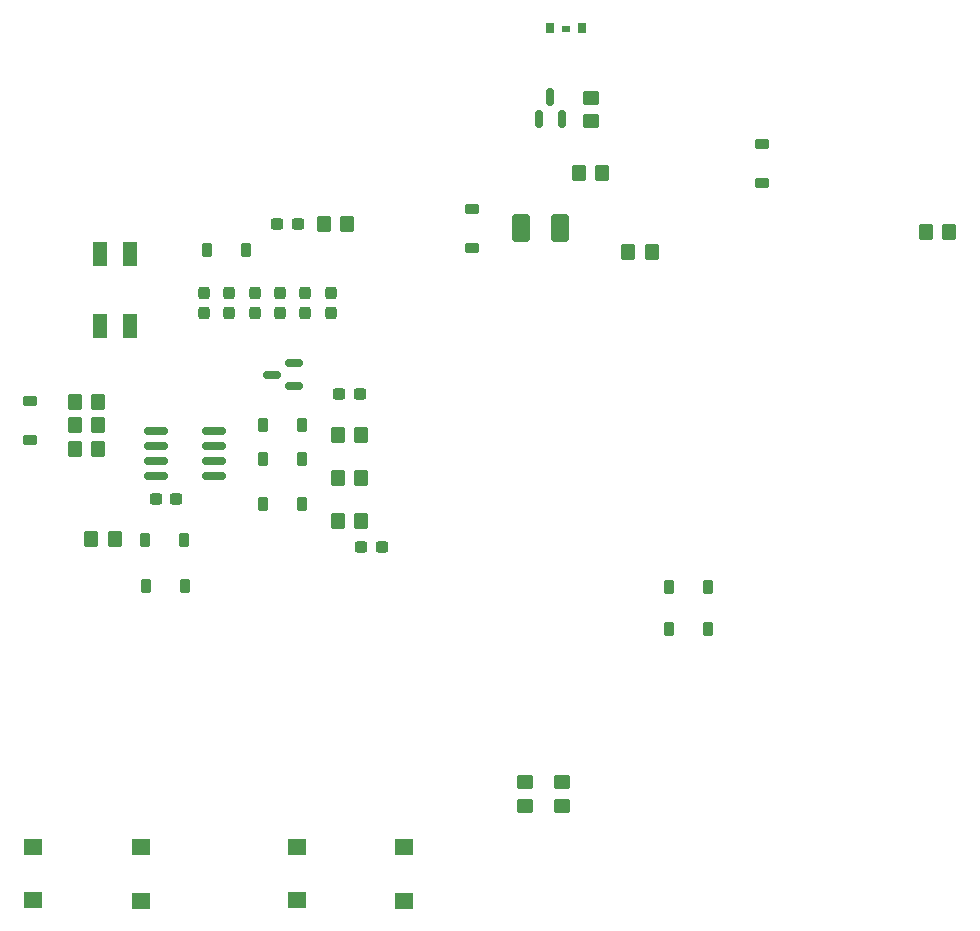
<source format=gbr>
%TF.GenerationSoftware,KiCad,Pcbnew,7.0.2*%
%TF.CreationDate,2024-06-24T19:42:10-07:00*%
%TF.ProjectId,MK-KS-MkIV.kicad_pro,4d4b2d4b-532d-44d6-9b49-562e6b696361,1.0*%
%TF.SameCoordinates,PX3a67068PY9f701d0*%
%TF.FileFunction,Paste,Top*%
%TF.FilePolarity,Positive*%
%FSLAX46Y46*%
G04 Gerber Fmt 4.6, Leading zero omitted, Abs format (unit mm)*
G04 Created by KiCad (PCBNEW 7.0.2) date 2024-06-24 19:42:10*
%MOMM*%
%LPD*%
G01*
G04 APERTURE LIST*
G04 Aperture macros list*
%AMRoundRect*
0 Rectangle with rounded corners*
0 $1 Rounding radius*
0 $2 $3 $4 $5 $6 $7 $8 $9 X,Y pos of 4 corners*
0 Add a 4 corners polygon primitive as box body*
4,1,4,$2,$3,$4,$5,$6,$7,$8,$9,$2,$3,0*
0 Add four circle primitives for the rounded corners*
1,1,$1+$1,$2,$3*
1,1,$1+$1,$4,$5*
1,1,$1+$1,$6,$7*
1,1,$1+$1,$8,$9*
0 Add four rect primitives between the rounded corners*
20,1,$1+$1,$2,$3,$4,$5,0*
20,1,$1+$1,$4,$5,$6,$7,0*
20,1,$1+$1,$6,$7,$8,$9,0*
20,1,$1+$1,$8,$9,$2,$3,0*%
G04 Aperture macros list end*
%ADD10RoundRect,0.225000X0.225000X0.375000X-0.225000X0.375000X-0.225000X-0.375000X0.225000X-0.375000X0*%
%ADD11RoundRect,0.250000X-0.350000X-0.450000X0.350000X-0.450000X0.350000X0.450000X-0.350000X0.450000X0*%
%ADD12RoundRect,0.237500X0.237500X-0.300000X0.237500X0.300000X-0.237500X0.300000X-0.237500X-0.300000X0*%
%ADD13RoundRect,0.225000X-0.225000X-0.375000X0.225000X-0.375000X0.225000X0.375000X-0.225000X0.375000X0*%
%ADD14R,1.200000X1.999982*%
%ADD15RoundRect,0.225000X0.375000X-0.225000X0.375000X0.225000X-0.375000X0.225000X-0.375000X-0.225000X0*%
%ADD16RoundRect,0.250000X0.450000X-0.350000X0.450000X0.350000X-0.450000X0.350000X-0.450000X-0.350000X0*%
%ADD17RoundRect,0.250000X0.350000X0.450000X-0.350000X0.450000X-0.350000X-0.450000X0.350000X-0.450000X0*%
%ADD18R,0.710000X0.900000*%
%ADD19R,0.800000X0.600000*%
%ADD20RoundRect,0.237500X0.300000X0.237500X-0.300000X0.237500X-0.300000X-0.237500X0.300000X-0.237500X0*%
%ADD21RoundRect,0.250001X-0.499999X-0.924999X0.499999X-0.924999X0.499999X0.924999X-0.499999X0.924999X0*%
%ADD22R,1.600000X1.400000*%
%ADD23RoundRect,0.150000X0.150000X-0.587500X0.150000X0.587500X-0.150000X0.587500X-0.150000X-0.587500X0*%
%ADD24RoundRect,0.225000X-0.375000X0.225000X-0.375000X-0.225000X0.375000X-0.225000X0.375000X0.225000X0*%
%ADD25RoundRect,0.237500X-0.237500X0.300000X-0.237500X-0.300000X0.237500X-0.300000X0.237500X0.300000X0*%
%ADD26RoundRect,0.150000X0.587500X0.150000X-0.587500X0.150000X-0.587500X-0.150000X0.587500X-0.150000X0*%
%ADD27RoundRect,0.150000X0.825000X0.150000X-0.825000X0.150000X-0.825000X-0.150000X0.825000X-0.150000X0*%
%ADD28RoundRect,0.237500X-0.300000X-0.237500X0.300000X-0.237500X0.300000X0.237500X-0.300000X0.237500X0*%
G04 APERTURE END LIST*
D10*
%TO.C,D7*%
X36181200Y32435600D03*
X32881200Y32435600D03*
%TD*%
D11*
%TO.C,R12*%
X39228000Y38312667D03*
X41228000Y38312667D03*
%TD*%
D12*
%TO.C,C7*%
X36508400Y48591300D03*
X36508400Y50316300D03*
%TD*%
%TO.C,C5*%
X32208000Y48591300D03*
X32208000Y50316300D03*
%TD*%
D13*
%TO.C,D3*%
X28169000Y53949000D03*
X31469000Y53949000D03*
%TD*%
D14*
%TO.C,D1*%
X21627000Y53611000D03*
X21627000Y47511000D03*
X19087000Y53611000D03*
X19087000Y47511000D03*
%TD*%
D15*
%TO.C,D12*%
X75149600Y59617300D03*
X75149600Y62917300D03*
%TD*%
D16*
%TO.C,R13*%
X58265600Y6873800D03*
X58265600Y8873800D03*
%TD*%
D15*
%TO.C,D6*%
X13218600Y37876800D03*
X13218600Y41176800D03*
%TD*%
D13*
%TO.C,D11*%
X67267100Y25390800D03*
X70567100Y25390800D03*
%TD*%
D17*
%TO.C,R9*%
X20380600Y29484800D03*
X18380600Y29484800D03*
%TD*%
D12*
%TO.C,C4*%
X30057800Y48591300D03*
X30057800Y50316300D03*
%TD*%
D13*
%TO.C,D8*%
X32881200Y36272600D03*
X36181200Y36272600D03*
%TD*%
D18*
%TO.C,LED1*%
X57197000Y72794000D03*
X59897000Y72794000D03*
D19*
X58547000Y72644000D03*
%TD*%
D20*
%TO.C,C10*%
X25586500Y32880000D03*
X23861500Y32880000D03*
%TD*%
D17*
%TO.C,R11*%
X41228000Y31038000D03*
X39228000Y31038000D03*
%TD*%
%TO.C,R2*%
X61638600Y60464800D03*
X59638600Y60464800D03*
%TD*%
D11*
%TO.C,R1*%
X89020600Y55469800D03*
X91020600Y55469800D03*
%TD*%
%TO.C,R10*%
X39228000Y34675334D03*
X41228000Y34675334D03*
%TD*%
%TO.C,R8*%
X16957600Y37105800D03*
X18957600Y37105800D03*
%TD*%
D12*
%TO.C,C3*%
X27907600Y48591300D03*
X27907600Y50316300D03*
%TD*%
D20*
%TO.C,C2*%
X35861100Y56172800D03*
X34136100Y56172800D03*
%TD*%
D13*
%TO.C,D4*%
X22980600Y25477800D03*
X26280600Y25477800D03*
%TD*%
D17*
%TO.C,R7*%
X18957600Y39107800D03*
X16957600Y39107800D03*
%TD*%
D21*
%TO.C,C12*%
X54767000Y55830000D03*
X58017000Y55830000D03*
%TD*%
D11*
%TO.C,R14*%
X38036600Y56170800D03*
X40036600Y56170800D03*
%TD*%
D16*
%TO.C,R4*%
X60638600Y64862800D03*
X60638600Y66862800D03*
%TD*%
D22*
%TO.C,SW3*%
X35747600Y3413800D03*
X44847600Y3377800D03*
X35747600Y-1086200D03*
X44847600Y-1122200D03*
%TD*%
D12*
%TO.C,C6*%
X34358200Y48591300D03*
X34358200Y50316300D03*
%TD*%
D13*
%TO.C,D9*%
X32881200Y39118800D03*
X36181200Y39118800D03*
%TD*%
D22*
%TO.C,SW2*%
X13467600Y3413800D03*
X22567600Y3377800D03*
X13467600Y-1086200D03*
X22567600Y-1122200D03*
%TD*%
D16*
%TO.C,R15*%
X55113600Y6873800D03*
X55113600Y8873800D03*
%TD*%
D13*
%TO.C,D10*%
X67267100Y21841800D03*
X70567100Y21841800D03*
%TD*%
D11*
%TO.C,R6*%
X16957600Y41109800D03*
X18957600Y41109800D03*
%TD*%
D23*
%TO.C,Q2*%
X56284600Y65052300D03*
X58184600Y65052300D03*
X57234600Y66927300D03*
%TD*%
D24*
%TO.C,D2*%
X50625000Y57457500D03*
X50625000Y54157500D03*
%TD*%
D17*
%TO.C,R5*%
X65850000Y53821000D03*
X63850000Y53821000D03*
%TD*%
D25*
%TO.C,C8*%
X38658600Y50316300D03*
X38658600Y48591300D03*
%TD*%
D26*
%TO.C,Q1*%
X35552600Y42457800D03*
X35552600Y44357800D03*
X33677600Y43407800D03*
%TD*%
D10*
%TO.C,D5*%
X26235600Y29381800D03*
X22935600Y29381800D03*
%TD*%
D20*
%TO.C,C11*%
X42962500Y28794000D03*
X41237500Y28794000D03*
%TD*%
D27*
%TO.C,U4*%
X28774600Y34812800D03*
X28774600Y36082800D03*
X28774600Y37352800D03*
X28774600Y38622800D03*
X23824600Y38622800D03*
X23824600Y37352800D03*
X23824600Y36082800D03*
X23824600Y34812800D03*
%TD*%
D28*
%TO.C,C9*%
X39365500Y41730000D03*
X41090500Y41730000D03*
%TD*%
M02*

</source>
